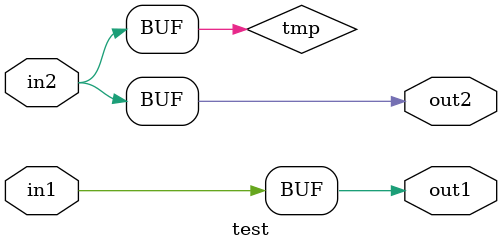
<source format=v>
module test(input in1, in2, output reg out1, out2);
reg tmp;
always @(in1 or in2) begin
    tmp = in1;
    out1 = tmp;
	tmp = in2;
    out2 = tmp;
end	
endmodule	

</source>
